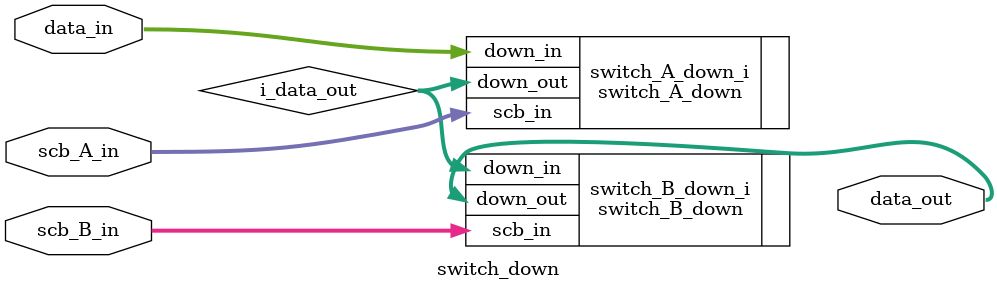
<source format=v>
`timescale 1ns / 1ps


module switch_down #(
        parameter DATA_W            = 64,
        parameter INPUTS            = 16,
        parameter OUTPUTS           = 32,
        parameter NODES_A           = INPUTS/2,
        parameter NODES_B           = OUTPUTS/2,
        parameter STAGES_A          = $clog2(NODES_A)-1,
        parameter STAGES_B          = $clog2(NODES_B)+1
    )(
        input wire  [NODES_A*STAGES_A-1:0]  scb_A_in,
        input wire  [NODES_B*STAGES_B-1:0]  scb_B_in,
        input wire  [DATA_W*INPUTS-1:0]     data_in,
        
        output wire [DATA_W*OUTPUTS-1:0]    data_out
    );
    
    wire    [DATA_W*OUTPUTS-1:0]        i_data_out;
    
    switch_A_down #(
        .DATA_W(DATA_W),
        .INPUTS(INPUTS),
        .OUTPUTS(OUTPUTS),
        .NODES(NODES_A),
        .STAGES(STAGES_A)
    ) switch_A_down_i (
        .scb_in(scb_A_in),
        .down_in(data_in),
        
        .down_out(i_data_out)
    );
    
    switch_B_down #(
        .DATA_W(DATA_W),
        .INPUTS(OUTPUTS),
        .NODES(NODES_B),
        .STAGES(STAGES_B)
    ) switch_B_down_i (
        .scb_in(scb_B_in),
        .down_in(i_data_out),
        
        .down_out(data_out)
    );
    
endmodule

</source>
